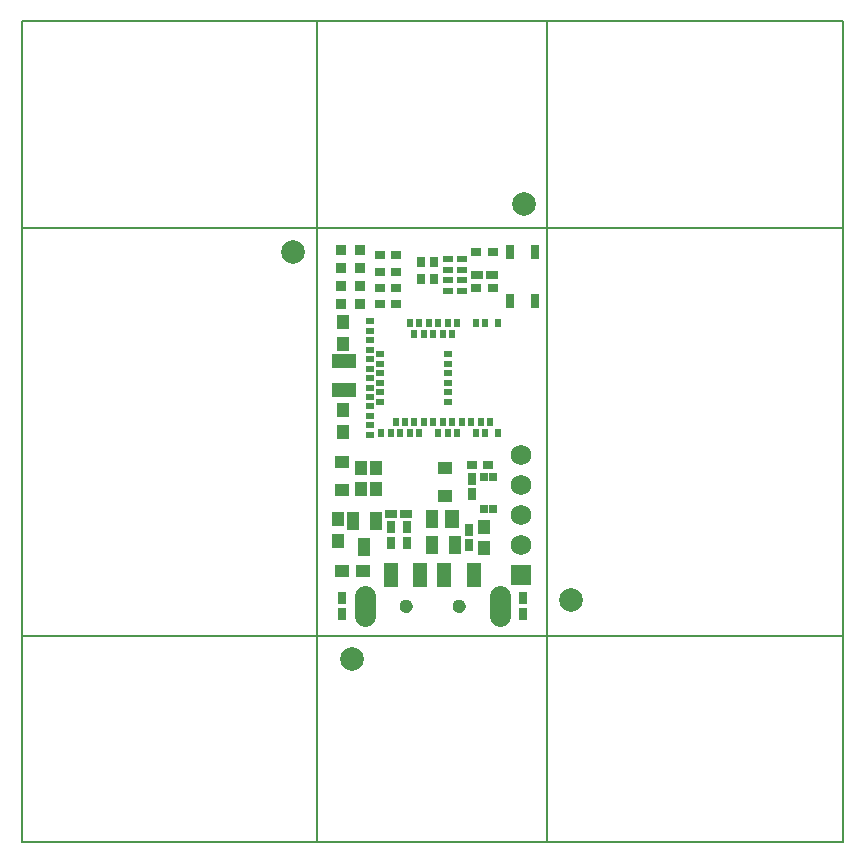
<source format=gts>
G75*
%MOIN*%
%OFA0B0*%
%FSLAX25Y25*%
%IPPOS*%
%LPD*%
%AMOC8*
5,1,8,0,0,1.08239X$1,22.5*
%
%ADD10C,0.00787*%
%ADD11R,0.01975X0.02762*%
%ADD12R,0.02762X0.01975*%
%ADD13R,0.07880X0.04731*%
%ADD14R,0.03943X0.04928*%
%ADD15R,0.03156X0.04042*%
%ADD16R,0.04042X0.03156*%
%ADD17R,0.04337X0.06069*%
%ADD18R,0.05124X0.06069*%
%ADD19C,0.07000*%
%ADD20C,0.00000*%
%ADD21C,0.04337*%
%ADD22R,0.05124X0.08274*%
%ADD23R,0.03550X0.03156*%
%ADD24R,0.02953X0.04528*%
%ADD25R,0.02565X0.02565*%
%ADD26R,0.04337X0.05912*%
%ADD27R,0.04928X0.03943*%
%ADD28R,0.05124X0.04337*%
%ADD29R,0.03550X0.03550*%
%ADD30R,0.03543X0.02362*%
%ADD31R,0.03156X0.03550*%
%ADD32R,0.06900X0.06900*%
%ADD33C,0.06900*%
%ADD34C,0.07874*%
D10*
X0001394Y0001394D02*
X0001394Y0275016D01*
X0275016Y0275016D01*
X0275016Y0001394D01*
X0001394Y0001394D01*
X0001394Y0070291D02*
X0275016Y0070291D01*
X0176591Y0001394D02*
X0176591Y0275016D01*
X0099819Y0275016D02*
X0099819Y0001394D01*
X0001394Y0206118D02*
X0275016Y0206118D01*
D11*
X0160252Y0174425D03*
X0155921Y0174425D03*
X0152772Y0174425D03*
X0146472Y0174425D03*
X0143323Y0174425D03*
X0140173Y0174425D03*
X0137024Y0174425D03*
X0133874Y0174425D03*
X0130724Y0174425D03*
X0132299Y0170882D03*
X0135449Y0170882D03*
X0138598Y0170882D03*
X0141748Y0170882D03*
X0144898Y0170882D03*
X0144898Y0141354D03*
X0148047Y0141354D03*
X0151197Y0141354D03*
X0154346Y0141354D03*
X0157496Y0141354D03*
X0155921Y0137811D03*
X0152772Y0137811D03*
X0160252Y0137811D03*
X0146472Y0137811D03*
X0143323Y0137811D03*
X0140173Y0137811D03*
X0138598Y0141354D03*
X0135449Y0141354D03*
X0132299Y0141354D03*
X0129150Y0141354D03*
X0126000Y0141354D03*
X0124425Y0137811D03*
X0127575Y0137811D03*
X0130724Y0137811D03*
X0133874Y0137811D03*
X0141748Y0141354D03*
X0121276Y0137811D03*
D12*
X0117339Y0137220D03*
X0117339Y0140370D03*
X0117339Y0143520D03*
X0117339Y0146669D03*
X0117339Y0149819D03*
X0117339Y0152969D03*
X0117339Y0156118D03*
X0117339Y0159268D03*
X0117339Y0162417D03*
X0117339Y0165567D03*
X0120882Y0163992D03*
X0120882Y0160843D03*
X0120882Y0157693D03*
X0120882Y0154543D03*
X0120882Y0151394D03*
X0120882Y0148244D03*
X0117339Y0168717D03*
X0117339Y0171866D03*
X0117339Y0175016D03*
X0143323Y0163992D03*
X0143323Y0160843D03*
X0143323Y0157693D03*
X0143323Y0154543D03*
X0143323Y0151394D03*
X0143323Y0148244D03*
D13*
X0108874Y0151984D03*
X0108874Y0161827D03*
D14*
X0108480Y0167437D03*
X0108480Y0174720D03*
X0108480Y0145587D03*
X0108480Y0138303D03*
X0114386Y0126295D03*
X0119504Y0126295D03*
X0119504Y0119012D03*
X0114386Y0119012D03*
X0106901Y0109031D03*
X0106901Y0101748D03*
X0155331Y0099327D03*
X0155331Y0106610D03*
D15*
X0150606Y0105528D03*
X0150606Y0100409D03*
X0151394Y0117339D03*
X0151394Y0122457D03*
X0129740Y0106315D03*
X0124622Y0106315D03*
X0124622Y0101197D03*
X0129740Y0101197D03*
X0108087Y0082693D03*
X0108087Y0077575D03*
X0168323Y0077575D03*
X0168323Y0082693D03*
D16*
X0129543Y0110843D03*
X0124425Y0110843D03*
X0153165Y0190370D03*
X0158283Y0190370D03*
D17*
X0138205Y0109268D03*
X0138205Y0100606D03*
X0145685Y0100606D03*
D18*
X0144898Y0109268D03*
D19*
X0160646Y0083434D02*
X0160646Y0076834D01*
X0115764Y0076834D02*
X0115764Y0083434D01*
D20*
X0127377Y0080134D02*
X0127379Y0080222D01*
X0127385Y0080310D01*
X0127395Y0080398D01*
X0127409Y0080486D01*
X0127426Y0080572D01*
X0127448Y0080658D01*
X0127473Y0080742D01*
X0127503Y0080826D01*
X0127535Y0080908D01*
X0127572Y0080988D01*
X0127612Y0081067D01*
X0127656Y0081144D01*
X0127703Y0081219D01*
X0127753Y0081291D01*
X0127807Y0081362D01*
X0127863Y0081429D01*
X0127923Y0081495D01*
X0127985Y0081557D01*
X0128051Y0081617D01*
X0128118Y0081673D01*
X0128189Y0081727D01*
X0128261Y0081777D01*
X0128336Y0081824D01*
X0128413Y0081868D01*
X0128492Y0081908D01*
X0128572Y0081945D01*
X0128654Y0081977D01*
X0128738Y0082007D01*
X0128822Y0082032D01*
X0128908Y0082054D01*
X0128994Y0082071D01*
X0129082Y0082085D01*
X0129170Y0082095D01*
X0129258Y0082101D01*
X0129346Y0082103D01*
X0129434Y0082101D01*
X0129522Y0082095D01*
X0129610Y0082085D01*
X0129698Y0082071D01*
X0129784Y0082054D01*
X0129870Y0082032D01*
X0129954Y0082007D01*
X0130038Y0081977D01*
X0130120Y0081945D01*
X0130200Y0081908D01*
X0130279Y0081868D01*
X0130356Y0081824D01*
X0130431Y0081777D01*
X0130503Y0081727D01*
X0130574Y0081673D01*
X0130641Y0081617D01*
X0130707Y0081557D01*
X0130769Y0081495D01*
X0130829Y0081429D01*
X0130885Y0081362D01*
X0130939Y0081291D01*
X0130989Y0081219D01*
X0131036Y0081144D01*
X0131080Y0081067D01*
X0131120Y0080988D01*
X0131157Y0080908D01*
X0131189Y0080826D01*
X0131219Y0080742D01*
X0131244Y0080658D01*
X0131266Y0080572D01*
X0131283Y0080486D01*
X0131297Y0080398D01*
X0131307Y0080310D01*
X0131313Y0080222D01*
X0131315Y0080134D01*
X0131313Y0080046D01*
X0131307Y0079958D01*
X0131297Y0079870D01*
X0131283Y0079782D01*
X0131266Y0079696D01*
X0131244Y0079610D01*
X0131219Y0079526D01*
X0131189Y0079442D01*
X0131157Y0079360D01*
X0131120Y0079280D01*
X0131080Y0079201D01*
X0131036Y0079124D01*
X0130989Y0079049D01*
X0130939Y0078977D01*
X0130885Y0078906D01*
X0130829Y0078839D01*
X0130769Y0078773D01*
X0130707Y0078711D01*
X0130641Y0078651D01*
X0130574Y0078595D01*
X0130503Y0078541D01*
X0130431Y0078491D01*
X0130356Y0078444D01*
X0130279Y0078400D01*
X0130200Y0078360D01*
X0130120Y0078323D01*
X0130038Y0078291D01*
X0129954Y0078261D01*
X0129870Y0078236D01*
X0129784Y0078214D01*
X0129698Y0078197D01*
X0129610Y0078183D01*
X0129522Y0078173D01*
X0129434Y0078167D01*
X0129346Y0078165D01*
X0129258Y0078167D01*
X0129170Y0078173D01*
X0129082Y0078183D01*
X0128994Y0078197D01*
X0128908Y0078214D01*
X0128822Y0078236D01*
X0128738Y0078261D01*
X0128654Y0078291D01*
X0128572Y0078323D01*
X0128492Y0078360D01*
X0128413Y0078400D01*
X0128336Y0078444D01*
X0128261Y0078491D01*
X0128189Y0078541D01*
X0128118Y0078595D01*
X0128051Y0078651D01*
X0127985Y0078711D01*
X0127923Y0078773D01*
X0127863Y0078839D01*
X0127807Y0078906D01*
X0127753Y0078977D01*
X0127703Y0079049D01*
X0127656Y0079124D01*
X0127612Y0079201D01*
X0127572Y0079280D01*
X0127535Y0079360D01*
X0127503Y0079442D01*
X0127473Y0079526D01*
X0127448Y0079610D01*
X0127426Y0079696D01*
X0127409Y0079782D01*
X0127395Y0079870D01*
X0127385Y0079958D01*
X0127379Y0080046D01*
X0127377Y0080134D01*
X0145094Y0080134D02*
X0145096Y0080222D01*
X0145102Y0080310D01*
X0145112Y0080398D01*
X0145126Y0080486D01*
X0145143Y0080572D01*
X0145165Y0080658D01*
X0145190Y0080742D01*
X0145220Y0080826D01*
X0145252Y0080908D01*
X0145289Y0080988D01*
X0145329Y0081067D01*
X0145373Y0081144D01*
X0145420Y0081219D01*
X0145470Y0081291D01*
X0145524Y0081362D01*
X0145580Y0081429D01*
X0145640Y0081495D01*
X0145702Y0081557D01*
X0145768Y0081617D01*
X0145835Y0081673D01*
X0145906Y0081727D01*
X0145978Y0081777D01*
X0146053Y0081824D01*
X0146130Y0081868D01*
X0146209Y0081908D01*
X0146289Y0081945D01*
X0146371Y0081977D01*
X0146455Y0082007D01*
X0146539Y0082032D01*
X0146625Y0082054D01*
X0146711Y0082071D01*
X0146799Y0082085D01*
X0146887Y0082095D01*
X0146975Y0082101D01*
X0147063Y0082103D01*
X0147151Y0082101D01*
X0147239Y0082095D01*
X0147327Y0082085D01*
X0147415Y0082071D01*
X0147501Y0082054D01*
X0147587Y0082032D01*
X0147671Y0082007D01*
X0147755Y0081977D01*
X0147837Y0081945D01*
X0147917Y0081908D01*
X0147996Y0081868D01*
X0148073Y0081824D01*
X0148148Y0081777D01*
X0148220Y0081727D01*
X0148291Y0081673D01*
X0148358Y0081617D01*
X0148424Y0081557D01*
X0148486Y0081495D01*
X0148546Y0081429D01*
X0148602Y0081362D01*
X0148656Y0081291D01*
X0148706Y0081219D01*
X0148753Y0081144D01*
X0148797Y0081067D01*
X0148837Y0080988D01*
X0148874Y0080908D01*
X0148906Y0080826D01*
X0148936Y0080742D01*
X0148961Y0080658D01*
X0148983Y0080572D01*
X0149000Y0080486D01*
X0149014Y0080398D01*
X0149024Y0080310D01*
X0149030Y0080222D01*
X0149032Y0080134D01*
X0149030Y0080046D01*
X0149024Y0079958D01*
X0149014Y0079870D01*
X0149000Y0079782D01*
X0148983Y0079696D01*
X0148961Y0079610D01*
X0148936Y0079526D01*
X0148906Y0079442D01*
X0148874Y0079360D01*
X0148837Y0079280D01*
X0148797Y0079201D01*
X0148753Y0079124D01*
X0148706Y0079049D01*
X0148656Y0078977D01*
X0148602Y0078906D01*
X0148546Y0078839D01*
X0148486Y0078773D01*
X0148424Y0078711D01*
X0148358Y0078651D01*
X0148291Y0078595D01*
X0148220Y0078541D01*
X0148148Y0078491D01*
X0148073Y0078444D01*
X0147996Y0078400D01*
X0147917Y0078360D01*
X0147837Y0078323D01*
X0147755Y0078291D01*
X0147671Y0078261D01*
X0147587Y0078236D01*
X0147501Y0078214D01*
X0147415Y0078197D01*
X0147327Y0078183D01*
X0147239Y0078173D01*
X0147151Y0078167D01*
X0147063Y0078165D01*
X0146975Y0078167D01*
X0146887Y0078173D01*
X0146799Y0078183D01*
X0146711Y0078197D01*
X0146625Y0078214D01*
X0146539Y0078236D01*
X0146455Y0078261D01*
X0146371Y0078291D01*
X0146289Y0078323D01*
X0146209Y0078360D01*
X0146130Y0078400D01*
X0146053Y0078444D01*
X0145978Y0078491D01*
X0145906Y0078541D01*
X0145835Y0078595D01*
X0145768Y0078651D01*
X0145702Y0078711D01*
X0145640Y0078773D01*
X0145580Y0078839D01*
X0145524Y0078906D01*
X0145470Y0078977D01*
X0145420Y0079049D01*
X0145373Y0079124D01*
X0145329Y0079201D01*
X0145289Y0079280D01*
X0145252Y0079360D01*
X0145220Y0079442D01*
X0145190Y0079526D01*
X0145165Y0079610D01*
X0145143Y0079696D01*
X0145126Y0079782D01*
X0145112Y0079870D01*
X0145102Y0079958D01*
X0145096Y0080046D01*
X0145094Y0080134D01*
D21*
X0147063Y0080134D03*
X0129346Y0080134D03*
D22*
X0124425Y0090370D03*
X0134268Y0090370D03*
X0142142Y0090370D03*
X0151984Y0090370D03*
D23*
X0151394Y0126984D03*
X0156906Y0126984D03*
X0126197Y0180921D03*
X0126197Y0186039D03*
X0120685Y0186039D03*
X0120685Y0180921D03*
X0120685Y0191551D03*
X0126197Y0191551D03*
X0126197Y0197063D03*
X0120685Y0197063D03*
X0152969Y0198244D03*
X0158480Y0198244D03*
X0158480Y0186039D03*
X0152969Y0186039D03*
D24*
X0164091Y0181807D03*
X0172555Y0181807D03*
X0172555Y0198146D03*
X0164091Y0198146D03*
D25*
X0158426Y0123003D03*
X0155473Y0123003D03*
X0155473Y0112570D03*
X0158426Y0112570D03*
D26*
X0119307Y0108480D03*
X0111827Y0108480D03*
X0115567Y0099819D03*
D27*
X0115272Y0091945D03*
X0107988Y0091945D03*
D28*
X0108087Y0118717D03*
X0108087Y0128165D03*
X0142339Y0126197D03*
X0142339Y0116748D03*
D29*
X0113992Y0180921D03*
X0113992Y0186827D03*
X0113992Y0192732D03*
X0113992Y0198638D03*
X0107693Y0198638D03*
X0107693Y0192732D03*
X0107693Y0186827D03*
X0107693Y0180921D03*
D30*
X0143362Y0185094D03*
X0143362Y0188638D03*
X0143362Y0192181D03*
X0143362Y0195724D03*
X0148087Y0195724D03*
X0148087Y0192181D03*
X0148087Y0188638D03*
X0148087Y0185094D03*
D31*
X0138795Y0189189D03*
X0134465Y0189189D03*
X0134465Y0194701D03*
X0138795Y0194701D03*
D32*
X0167929Y0090370D03*
D33*
X0167929Y0100370D03*
X0167929Y0110370D03*
X0167929Y0120370D03*
X0167929Y0130370D03*
D34*
X0184465Y0082102D03*
X0111630Y0062417D03*
X0091945Y0198244D03*
X0168717Y0213992D03*
M02*

</source>
